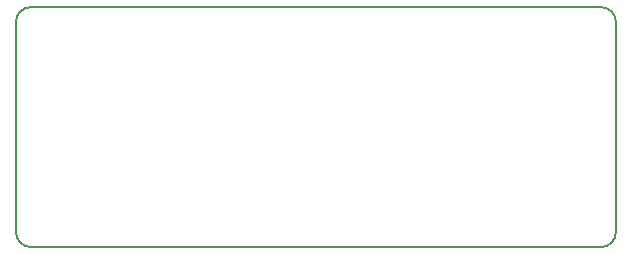
<source format=gbr>
G04 #@! TF.FileFunction,Profile,NP*
%FSLAX46Y46*%
G04 Gerber Fmt 4.6, Leading zero omitted, Abs format (unit mm)*
G04 Created by KiCad (PCBNEW 4.0.7) date 06/27/18 15:59:39*
%MOMM*%
%LPD*%
G01*
G04 APERTURE LIST*
%ADD10C,0.150000*%
G04 APERTURE END LIST*
D10*
X25400000Y-44450000D02*
X25400000Y-26670000D01*
X74930000Y-45720000D02*
X26670000Y-45720000D01*
X76200000Y-26670000D02*
X76200000Y-44450000D01*
X26670000Y-25400000D02*
X74930000Y-25400000D01*
X76200000Y-26670000D02*
G75*
G03X74930000Y-25400000I-1270000J0D01*
G01*
X74930000Y-45720000D02*
G75*
G03X76200000Y-44450000I0J1270000D01*
G01*
X25400000Y-44450000D02*
G75*
G03X26670000Y-45720000I1270000J0D01*
G01*
X26670000Y-25400000D02*
G75*
G03X25400000Y-26670000I0J-1270000D01*
G01*
M02*

</source>
